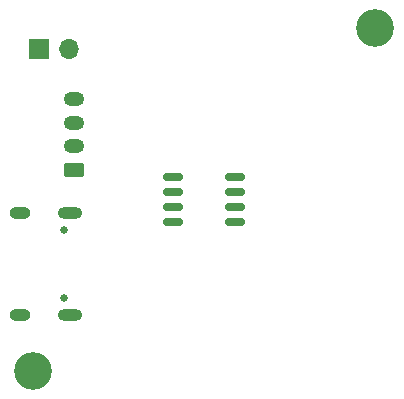
<source format=gbr>
%TF.GenerationSoftware,KiCad,Pcbnew,7.0.7*%
%TF.CreationDate,2024-03-04T03:02:08-08:00*%
%TF.ProjectId,can_magnetic_angle_sensor,63616e5f-6d61-4676-9e65-7469635f616e,rev?*%
%TF.SameCoordinates,Original*%
%TF.FileFunction,Soldermask,Top*%
%TF.FilePolarity,Negative*%
%FSLAX46Y46*%
G04 Gerber Fmt 4.6, Leading zero omitted, Abs format (unit mm)*
G04 Created by KiCad (PCBNEW 7.0.7) date 2024-03-04 03:02:08*
%MOMM*%
%LPD*%
G01*
G04 APERTURE LIST*
G04 Aperture macros list*
%AMRoundRect*
0 Rectangle with rounded corners*
0 $1 Rounding radius*
0 $2 $3 $4 $5 $6 $7 $8 $9 X,Y pos of 4 corners*
0 Add a 4 corners polygon primitive as box body*
4,1,4,$2,$3,$4,$5,$6,$7,$8,$9,$2,$3,0*
0 Add four circle primitives for the rounded corners*
1,1,$1+$1,$2,$3*
1,1,$1+$1,$4,$5*
1,1,$1+$1,$6,$7*
1,1,$1+$1,$8,$9*
0 Add four rect primitives between the rounded corners*
20,1,$1+$1,$2,$3,$4,$5,0*
20,1,$1+$1,$4,$5,$6,$7,0*
20,1,$1+$1,$6,$7,$8,$9,0*
20,1,$1+$1,$8,$9,$2,$3,0*%
G04 Aperture macros list end*
%ADD10C,3.200000*%
%ADD11RoundRect,0.150000X-0.675000X-0.150000X0.675000X-0.150000X0.675000X0.150000X-0.675000X0.150000X0*%
%ADD12C,0.650000*%
%ADD13O,1.800000X1.000000*%
%ADD14O,2.100000X1.000000*%
%ADD15R,1.700000X1.700000*%
%ADD16O,1.700000X1.700000*%
%ADD17RoundRect,0.250000X0.625000X-0.350000X0.625000X0.350000X-0.625000X0.350000X-0.625000X-0.350000X0*%
%ADD18O,1.750000X1.200000*%
G04 APERTURE END LIST*
D10*
%TO.C,H2*%
X52000000Y-23000000D03*
%TD*%
%TO.C,H1*%
X23000000Y-52000000D03*
%TD*%
D11*
%TO.C,U1*%
X34875000Y-35595000D03*
X34875000Y-36865000D03*
X34875000Y-38135000D03*
X34875000Y-39405000D03*
X40125000Y-39405000D03*
X40125000Y-38135000D03*
X40125000Y-36865000D03*
X40125000Y-35595000D03*
%TD*%
D12*
%TO.C,J2*%
X25605000Y-45890000D03*
X25605000Y-40110000D03*
D13*
X21925000Y-47320000D03*
D14*
X26125000Y-47320000D03*
D13*
X21925000Y-38680000D03*
D14*
X26125000Y-38680000D03*
%TD*%
D15*
%TO.C,J3*%
X23475000Y-24750000D03*
D16*
X26015000Y-24750000D03*
%TD*%
D17*
%TO.C,J1*%
X26450000Y-35000000D03*
D18*
X26450000Y-33000000D03*
X26450000Y-31000000D03*
X26450000Y-29000000D03*
%TD*%
M02*

</source>
